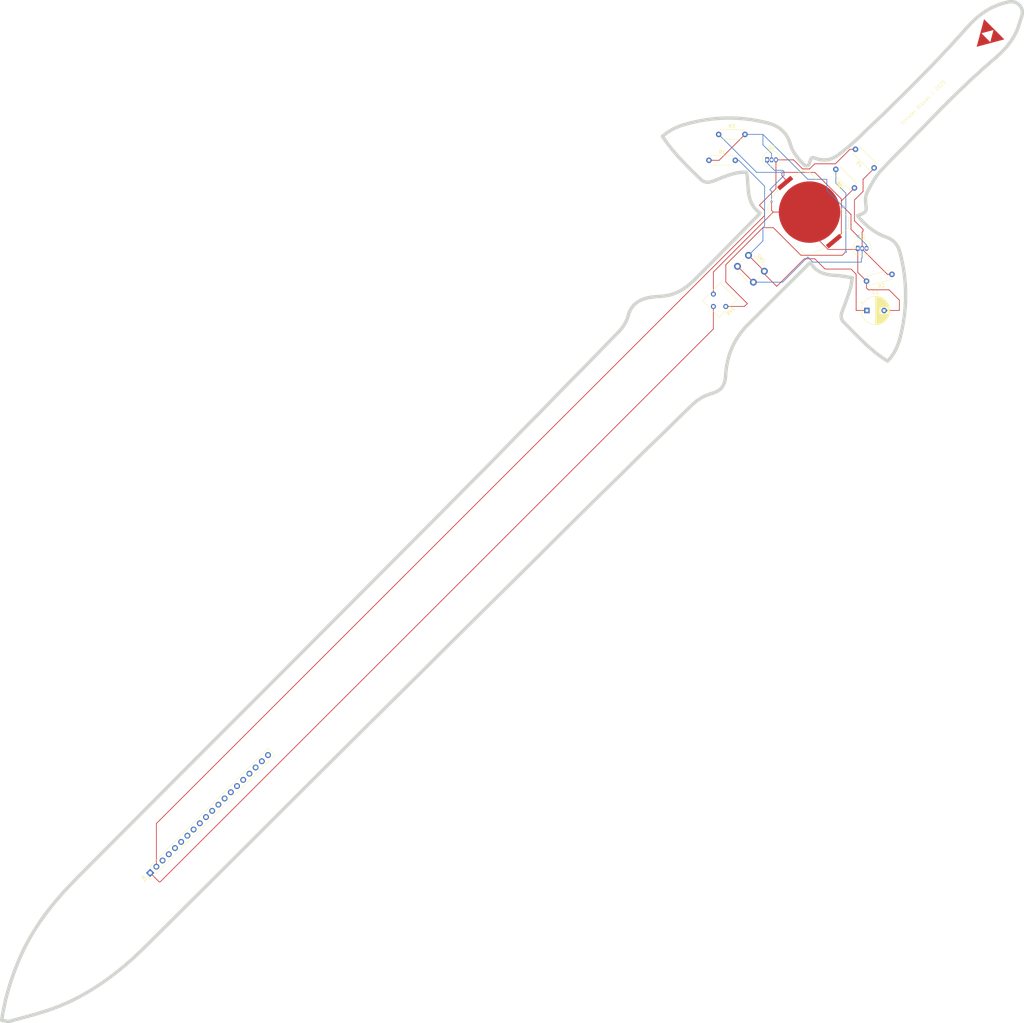
<source format=kicad_pcb>
(kicad_pcb (version 20241229) (generator "pcbnew") (generator_version "9.0")
  (layers (0 "F.Cu" signal) (2 "B.Cu" signal) (13 "F.Paste" user) (15 "B.Paste" user) (5 "F.SilkS" user "F.Silkscreen") (7 "B.SilkS" user "B.Silkscreen") (1 "F.Mask" user) (3 "B.Mask" user) (25 "Edge.Cuts" user))
  (net 0 "")
  (net 1 "Net-(BT1--)")
  (net 2 "Net-(BT1-+)")
  (net 3 "Net-(C1-Pad1)")
  (net 4 "Net-(M1-+)")
  (net 5 "Net-(M1--)")
  (net 6 "Net-(Q1-C)")
  (net 7 "Net-(Q1-B)")
  (net 8 "Net-(R5-Pad2)")
  (footprint "Package_TO_SOT_THT:TO-92_Inline" (layer "F.Cu") (at 252.96 55.5)
    (property "Reference" "Q1" (at 1.27 -3.56 0) (layer "F.SilkS"))
    (property "Value" "2N3904")
    (pad "1" thru_hole rect (at 0 0) (size 1.05 1.5) (drill 0.75) (layers "*.Cu" "*.Mask") (net 1 "Net-(BT1--)"))
    (pad "2" thru_hole oval (at 1.27 0) (size 1.05 1.5) (drill 0.75) (layers "*.Cu" "*.Mask") (net 7 "Net-(Q1-B)"))
    (pad "3" thru_hole oval (at 2.54 0) (size 1.05 1.5) (drill 0.75) (layers "*.Cu" "*.Mask") (net 6 "Net-(Q1-C)"))
  )
  (footprint "Resistor_THT:R_Axial_DIN0207_L6.3mm_D2.5mm_P7.62mm_Horizontal" (layer "F.Cu") (at 262.860359 63.0278 -165)
    (property "Reference" "R2" (at 3.810001 -2.369999 15) (layer "F.SilkS"))
    (property "Value" "470k")
    (pad "1" thru_hole circle (at 0 0 195) (size 1.6 1.6) (drill 0.8) (layers "*.Cu" "*.Mask") (net 7 "Net-(Q1-B)"))
    (pad "2" thru_hole oval (at 7.620004 0.000002 195) (size 1.6 1.6) (drill 0.8) (layers "*.Cu" "*.Mask") (net 1 "Net-(BT1--)"))
  )
  (footprint "Resistor_THT:R_Axial_DIN0207_L6.3mm_D2.5mm_P7.62mm_Horizontal" (layer "F.Cu") (at 252 38 135)
    (property "Reference" "R5" (at 3.810002 -2.37 135) (layer "F.SilkS"))
    (property "Value" "680")
    (pad "1" thru_hole circle (at 0 0 135) (size 1.6 1.6) (drill 0.8) (layers "*.Cu" "*.Mask") (net 2 "Net-(BT1-+)"))
    (pad "2" thru_hole oval (at 7.620002 0.000001 135) (size 1.6 1.6) (drill 0.8) (layers "*.Cu" "*.Mask") (net 8 "Net-(R5-Pad2)"))
  )
  (footprint "Resistor_THT:R_Axial_DIN0207_L6.3mm_D2.5mm_P7.62mm_Horizontal" (layer "F.Cu") (at 209.879999 29.999999)
    (property "Reference" "R1" (at 3.810001 -2.370001 0) (layer "F.SilkS"))
    (property "Value" "68k")
    (pad "1" thru_hole circle (at 0 0) (size 1.6 1.6) (drill 0.8) (layers "*.Cu" "*.Mask") (net 6 "Net-(Q1-C)"))
    (pad "2" thru_hole oval (at 7.620001 0.000001) (size 1.6 1.6) (drill 0.8) (layers "*.Cu" "*.Mask") (net 3 "Net-(C1-Pad1)"))
  )
  (footprint "LOGO" (layer "F.Cu") (at 290 -5.5 135)
    (property "Reference" "G***" (hide yes))
    (property "Value" "LOGO" (hide yes))
    (fp_poly (pts (xy 0.043645 -3.625791) (xy 0.06677 -3.586722) (xy 0.082959 -3.558067) (xy 0.088476 -3.546635) (xy 0.095039 -3.533631) (xy 0.112463 -3.50329) (xy 0.137359 -3.461481) (xy 0.144949 -3.448955) (xy 0.176783 -3.395858) (xy 0.207358 -3.343718) (xy 0.23037 -3.303279) (xy 0.231497 -3.301237) (xy 0.251145 -3.266139) (xy 0.280038 -3.215375) (xy 0.313704 -3.156761) (xy 0.33662 -3.117147) (xy 0.378492 -3.044878) (xy 0.425876 -2.96293) (xy 0.470764 -2.885162) (xy 0.486114 -2.858518) (xy 0.52124 -2.7976) (xy 0.564959 -2.721903) (xy 0.612193 -2.640206) (xy 0.657877 -2.561277) (xy 0.667049 -2.545446) (xy 0.734789 -2.428492) (xy 0.804486 -2.308098) (xy 0.873931 -2.188071) (xy 0.94092 -2.072213) (xy 1.003274 -1.964326) (xy 1.058773 -1.868219) (xy 1.105231 -1.787697) (xy 1.140443 -1.726567) (xy 1.143112 -1.721916) (xy 1.171629 -1.672422) (xy 1.210519 -1.605092) (xy 1.256474 -1.525622) (xy 1.306196 -1.43973) (xy 1.356388 -1.353115) (xy 1.367484 -1.33398) (xy 1.417677 -1.247389) (xy 1.468496 -1.159671) (xy 1.516541 -1.076675) (xy 1.55842 -1.004278) (xy 1.59074 -0.948326) (xy 1.595989 -0.939228) (xy 1.629163 -0.881697) (xy 1.659676 -0.828793) (xy 1.68349 -0.787507) (xy 1.694125 -0.769078) (xy 1.707623 -0.74567) (xy 1.732414 -0.702649) (xy 1.76622 -0.64399) (xy 1.806735 -0.573676) (xy 1.851674 -0.495679) (xy 1.874532 -0.456) (xy 1.923905 -0.370446) (xy 1.9729 -0.28575) (xy 2.018487 -0.207173) (xy 2.057611 -0.139965) (xy 2.087233 -0.089368) (xy 2.094438 -0.077145) (xy 2.12219 -0.029616) (xy 2.143712 0.008416) (xy 2.155891 0.031379) (xy 2.157502 0.035444) (xy 2.164109 0.049541) (xy 2.180751 0.078045) (xy 2.189526 0.092173) (xy 2.209216 0.12443) (xy 2.238281 0.173354) (xy 2.272604 0.231965) (xy 2.303796 0.285849) (xy 2.335785 0.341373) (xy 2.379212 0.416661) (xy 2.43188 0.5079) (xy 2.491593 0.611299) (xy 2.556155 0.723054) (xy 2.62337 0.83936) (xy 2.691036 0.956406) (xy 2.756958 1.07041) (xy 2.81894 1.177556) (xy 2.874782 1.274047) (xy 2.889776 1.299951) (xy 2.957491 1.416925) (xy 3.0132 1.513288) (xy 3.058595 1.591949) (xy 3.095359 1.655828) (xy 3.117647 1.694694) (xy 3.13778 1.729622) (xy 3.167138 1.780235) (xy 3.201178 1.838731) (xy 3.224352 1.878452) (xy 3.260618 1.940973) (xy 3.296712 2.003914) (xy 3.327383 2.058098) (xy 3.341031 2.082639) (xy 3.362829 2.121402) (xy 3.394826 2.17715) (xy 3.43331 2.243476) (xy 3.474571 2.31396) (xy 3.490658 2.341266) (xy 3.535287 2.417303) (xy 3.581739 2.49717) (xy 3.625169 2.572495) (xy 3.660726 2.634897) (xy 3.667839 2.647534) (xy 3.705623 2.71405) (xy 3.750492 2.79174) (xy 3.795429 2.868511) (xy 3.817759 2.906161) (xy 3.852922 2.965532) (xy 3.885405 3.02117) (xy 3.911174 3.066108) (xy 3.924365 3.089925) (xy 3.942264 3.122427) (xy 3.96947 3.170595) (xy 4.001546 3.226592) (xy 4.020081 3.258627) (xy 4.04941 3.310027) (xy 4.072746 3.352666) (xy 4.087172 3.381113) (xy 4.090405 3.389676) (xy 4.099635 3.405683) (xy 4.110825 3.416613) (xy 4.119615 3.423792) (xy 4.127044 3.430306) (xy 4.13189 3.436193) (xy 4.132947 3.441492) (xy 4.128979 3.446226) (xy 4.118775 3.450431) (xy 4.101109 3.454154) (xy 4.074771 3.457416) (xy 4.038531 3.460252) (xy 3.991177 3.462703) (xy 3.931487 3.464801) (xy 3.858236 3.466575) (xy 3.770212 3.468068) (xy 3.666187 3.469304) (xy 3.54495 3.470329) (xy 3.405274 3.47117) (xy 3.245948 3.471859) (xy 3.065741 3.472433) (xy 2.863438 3.472929) (xy 2.637824 3.473378) (xy 2.387675 3.473815) (xy 2.111767 3.474279) (xy 2.052008 3.474379) (xy 1.768991 3.474796) (xy 1.463561 3.475144) (xy 1.139957 3.475419) (xy 0.802428 3.475623) (xy 0.455223 3.475756) (xy 0.102588 3.475825) (xy -0.251232 3.475819) (xy -0.601985 3.475737) (xy -0.945428 3.475592) (xy -1.277301 3.475369) (xy -1.59338 3.475077) (xy -1.889396 3.474711) (xy -2.079233 3.474418) (xy -2.398148 3.473799) (xy -2.689909 3.47304) (xy -2.954579 3.47215) (xy -3.192237 3.471127) (xy -3.402941 3.469968) (xy -3.586764 3.468679) (xy -3.743778 3.467251) (xy -3.874046 3.465689) (xy -3.977636 3.463991) (xy -4.054623 3.462158) (xy -4.10507 3.460186) (xy -4.129046 3.458072) (xy -4.131245 3.457173) (xy -4.124649 3.439821) (xy -4.107098 3.405662) (xy -4.081918 3.361048) (xy -4.072386 3.344914) (xy -4.018454 3.254073) (xy -3.969396 3.170199) (xy -3.929002 3.099832) (xy -3.913856 3.07285) (xy -3.906417 3.059556) (xy -3.896665 3.042338) (xy -3.883302 3.018977) (xy -3.865062 2.987257) (xy -3.840656 2.944957) (xy -3.808805 2.889854) (xy -3.768229 2.819738) (xy -3.71765 2.732386) (xy -3.655777 2.625584) (xy -3.593568 2.518222) (xy -3.543171 2.431176) (xy -3.493006 2.34444) (xy -3.446143 2.263299) (xy -3.405633 2.193055) (xy -3.374535 2.139002) (xy -3.36563 2.123471) (xy -3.335766 2.071503) (xy -3.30999 2.026983) (xy -3.29198 1.996231) (xy -3.286634 1.987353) (xy -3.269616 1.959139) (xy -3.242288 1.912807) (xy -3.207853 1.853878) (xy -3.16951 1.787869) (xy -3.130463 1.720293) (xy -3.09391 1.656675) (xy -3.063055 1.60253) (xy -3.049784 1.578991) (xy -3.03104 1.545885) (xy -3.001719 1.494538) (xy -2.963642 1.428079) (xy -2.91862 1.349684) (xy -2.868476 1.262492) (xy -2.81502 1.169654) (xy -2.760083 1.074318) (xy -2.705467 0.979644) (xy -2.652999 0.888784) (xy -2.604484 0.804878) (xy -2.561757 0.731087) (xy -2.526624 0.670554) (xy -2.500898 0.626436) (xy -2.48641 0.601883) (xy -2.484597 0.598927) (xy -2.472811 0.579154) (xy -2.450934 0.541569) (xy -2.422353 0.492037) (xy -2.397784 0.449195) (xy -2.364328 0.390889) (xy -2.321715 0.316889) (xy -2.274485 0.235045) (xy -2.227162 0.153212) (xy -2.206624 0.117767) (xy -2.176002 0.064656) (xy -1.803346 0.064656) (xy -1.796902 0.080165) (xy -1.779774 0.113595) (xy -1.754922 0.159303) (xy -1.737359 0.190566) (xy -1.714451 0.230822) (xy -1.691158 0.271564) (xy -1.665568 0.316131) (xy -1.635748 0.367869) (xy -1.599765 0.430112) (xy -1.555693 0.506209) (xy -1.501603 0.599491) (xy -1.442742 0.700944) (xy -1.385787 0.799149) (xy -1.332643 0.890911) (xy -1.280313 0.98143) (xy -1.225782 1.075927) (xy -1.166052 1.179596) (xy -1.098113 1.297654) (xy -1.03808 1.402036) (xy -0.978422 1.50562) (xy -0.913112 1.618687) (xy -0.84644 1.733849) (xy -0.782692 1.843708) (xy -0.72615 1.94086) (xy -0.702983 1.980545) (xy -0.65637 2.060395) (xy -0.612289 2.136103) (xy -0.573348 2.203189) (xy -0.54215 2.257154) (xy -0.521306 2.293501) (xy -0.517391 2.300428) (xy -0.491721 2.345684) (xy -0.467065 2.388478) (xy -0.458846 2.402514) (xy -0.442761 2.430115) (xy -0.416758 2.475139) (xy -0.384417 2.53137) (xy -0.349324 2.592595) (xy -0.349046 2.593088) (xy -0.306702 2.666807) (xy -0.257141 2.752638) (xy -0.206938 2.839218) (xy -0.167944 2.906161) (xy -0.132583 2.96719) (xy -0.101985 3.020939) (xy -0.07892 3.062478) (xy -0.066156 3.086868) (xy -0.064816 3.089925) (xy -0.052638 3.111894) (xy -0.034206 3.137073) (xy -0.0176 3.154999) (xy -0.012314 3.157984) (xy -0.004328 3.147008) (xy 0.013773 3.117635) (xy 0.038747 3.075183) (xy 0.051798 3.052492) (xy 0.085216 2.994069) (xy 0.125966 2.923016) (xy 0.16776 2.850279) (xy 0.190439 2.810878) (xy 0.224807 2.751178) (xy 0.256931 2.695295) (xy 0.282744 2.650313) (xy 0.296008 2.627122) (xy 0.3162 2.591898) (xy 0.344203 2.543317) (xy 0.37614 2.488081) (xy 0.408116 2.432901) (xy 0.436254 2.384493) (xy 0.456657 2.349558) (xy 0.462805 2.339141) (xy 0.478592 2.312199) (xy 0.503957 2.26842) (xy 0.534977 2.214617) (xy 0.567732 2.157584) (xy 0.591133 2.116666) (xy 0.609443 2.084839) (xy 0.637938 2.035594) (xy 0.673075 1.97504) (xy 0.711318 1.909271) (xy 0.721342 1.892069) (xy 0.805244 1.747885) (xy 0.885919 1.608945) (xy 0.96139 1.47865) (xy 1.029685 1.360426) (xy 1.088825 1.257689) (xy 1.136832 1.173853) (xy 1.150302 1.150215) (xy 1.191326 1.078455) (xy 1.23709 0.999053) (xy 1.280408 0.92443) (xy 1.299624 0.891587) (xy 1.32647 0.845591) (xy 1.364052 0.780784) (xy 1.409615 0.701968) (xy 1.460366 0.613952) (xy 1.513539 0.521556) (xy 1.554806 0.449696) (xy 1.604205 0.363816) (xy 1.649992 0.284627) (xy 1.690178 0.215534) (xy 1.722784 0.159938) (xy 1.745818 0.121236) (xy 1.757207 0.102963) (xy 1.772039 0.077887) (xy 1.776365 0.065028) (xy 1.763019 0.063741) (xy 1.724037 0.062494) (xy 1.661008 0.061299) (xy 1.575524 0.060173) (xy 1.469174 0.05912) (xy 1.343545 0.058147) (xy 1.200225 0.057266) (xy 1.040808 0.056497) (xy 0.866882 0.055827) (xy 0.680035 0.055281) (xy 0.481848 0.054862) (xy 0.273924 0.054584) (xy 0.057846 0.054457) (xy -0.013615 0.05445) (xy -0.231983 0.054525) (xy -0.442716 0.054746) (xy -0.644215 0.055105) (xy -0.834897 0.055593) (xy -1.013167 0.056198) (xy -1.17744 0.056915) (xy -1.326121 0.057732) (xy -1.457632 0.058642) (xy -1.570379 0.059637) (xy -1.662764 0.060698) (xy -1.733217 0.061833) (xy -1.780136 0.063017) (xy -1.801933 0.064246) (xy -1.803346 0.064656) (xy -2.176002 0.064656) (xy -2.16824 0.051188) (xy -2.135133 -0.006949) (xy -2.109529 -0.052695) (xy -2.093648 -0.082067) (xy -2.089443 -0.091114) (xy -2.082396 -0.105792) (xy -2.065305 -0.132163) (xy -2.064001 -0.134021) (xy -2.045798 -0.162224) (xy -2.01629 -0.210822) (xy -1.977462 -0.276463) (xy -1.931291 -0.355775) (xy -1.879765 -0.445399) (xy -1.858185 -0.483229) (xy -1.842439 -0.510803) (xy -1.8167 -0.555785) (xy -1.784511 -0.611972) (xy -1.749434 -0.673154) (xy -1.749071 -0.673796) (xy -1.720201 -0.724116) (xy -1.692734 -0.771898) (xy -1.664529 -0.820898) (xy -1.633408 -0.874845) (xy -1.597221 -0.937487) (xy -1.5538 -1.012562) (xy -1.500993 -1.103822) (xy -1.438677 -1.21147) (xy -1.397625 -1.282447) (xy -1.35179 -1.361854) (xy -1.308775 -1.43648) (xy -1.293347 -1.463292) (xy -1.254792 -1.530179) (xy -1.209648 -1.6083) (xy -1.165001 -1.685365) (xy -1.143782 -1.721917) (xy -1.108135 -1.783465) (xy -1.073798 -1.843113) (xy -1.04528 -1.892995) (xy -1.030418 -1.919292) (xy -1.002496 -1.967882) (xy -0.973291 -2.016762) (xy -0.964149 -2.031538) (xy -0.938898 -2.073534) (xy -0.909449 -2.124937) (xy -0.893375 -2.154046) (xy -0.875146 -2.186763) (xy -0.844695 -2.240326) (xy -0.803538 -2.312106) (xy -0.753219 -2.399446) (xy -0.69525 -2.499712) (xy -0.631164 -2.610255) (xy -0.562496 -2.72844) (xy -0.490755 -2.85162) (xy -0.443046 -2.933386) (xy -0.409539 -2.990925) (xy -0.368231 -3.062083) (xy -0.324905 -3.136885) (xy -0.293043 -3.192014) (xy -0.252212 -3.262642) (xy -0.208798 -3.337511) (xy -0.168611 -3.40664) (xy -0.14293 -3.450643) (xy -0.108755 -3.509489) (xy -0.074456 -3.569239) (xy -0.046163 -3.619199) (xy -0.040213 -3.629876) (xy -0.001187 -3.700213)) (fill yes) (layer "F.Cu"))
  )
  (footprint "Battery:BatteryHolder_Keystone_3034_1x20mm" (layer "F.Cu") (at 239 45 -50)
    (property "Reference" "BT1" (at 0.000003 -11.499998 130) (layer "F.SilkS"))
    (property "Value" "Battery_Cell")
    (pad "1" smd rect (at -10.984998 0.000002 310) (size 1.27 5.08) (layers "F.Cu" "F.Mask" "F.Paste") (net 2 "Net-(BT1-+)"))
    (pad "1" smd rect (at 10.984998 -0.000002 310) (size 1.27 5.08) (layers "F.Cu" "F.Mask" "F.Paste") (net 2 "Net-(BT1-+)"))
    (pad "2" smd circle (at 0 0 310) (size 17.8 17.8) (layers "F.Cu" "F.Mask") (net 1 "Net-(BT1--)"))
  )
  (footprint "Resistor_THT:R_Axial_DIN0207_L6.3mm_D2.5mm_P7.62mm_Horizontal" (layer "F.Cu") (at 212.69 22.5)
    (property "Reference" "R3" (at 3.81 -2.37 0) (layer "F.SilkS"))
    (property "Value" "15k")
    (pad "1" thru_hole circle (at 0 0) (size 1.6 1.6) (drill 0.8) (layers "*.Cu" "*.Mask") (net 2 "Net-(BT1-+)"))
    (pad "2" thru_hole oval (at 7.62 0) (size 1.6 1.6) (drill 0.8) (layers "*.Cu" "*.Mask") (net 6 "Net-(Q1-C)"))
  )
  (footprint "Capacitor_THT:CP_Radial_D8.0mm_P5.00mm" (layer "F.Cu") (at 255.597349 73.5)
    (property "Reference" "C1" (at 2.5 -5.25 0) (layer "F.SilkS"))
    (property "Value" "C_Polarized")
    (pad "1" thru_hole rect (at 0 0) (size 1.6 1.6) (drill 0.8) (layers "*.Cu" "*.Mask") (net 3 "Net-(C1-Pad1)"))
    (pad "2" thru_hole circle (at 5 0) (size 1.6 1.6) (drill 0.8) (layers "*.Cu" "*.Mask") (net 1 "Net-(BT1--)"))
  )
  (footprint "Resistor_THT:R_Axial_DIN0207_L6.3mm_D2.5mm_P7.62mm_Horizontal" (layer "F.Cu") (at 257.694075 32.194078 135)
    (property "Reference" "R4" (at 3.810002 -2.37 135) (layer "F.SilkS"))
    (property "Value" "330k")
    (pad "1" thru_hole circle (at 0 0 135) (size 1.6 1.6) (drill 0.8) (layers "*.Cu" "*.Mask") (net 7 "Net-(Q1-B)"))
    (pad "2" thru_hole oval (at 7.620002 0.000001 135) (size 1.6 1.6) (drill 0.8) (layers "*.Cu" "*.Mask") (net 5 "Net-(M1--)"))
  )
  (footprint "Button_Switch_THT:SW_PUSH_6mm" (layer "F.Cu") (at 221.321883 57.520716 -45)
    (property "Reference" "SW1" (at 3.250002 -1.999997 135) (layer "F.SilkS"))
    (property "Value" "SW_Push")
    (pad "1" thru_hole circle (at 0 0 45) (size 2 2) (drill 1.1) (layers "*.Cu" "*.Mask") (net 3 "Net-(C1-Pad1)"))
    (pad "1" thru_hole circle (at 6.499994 -0.000001 45) (size 2 2) (drill 1.1) (layers "*.Cu" "*.Mask") (net 3 "Net-(C1-Pad1)"))
    (pad "2" thru_hole circle (at 0.000002 4.500001 45) (size 2 2) (drill 1.1) (layers "*.Cu" "*.Mask") (net 7 "Net-(Q1-B)"))
    (pad "2" thru_hole circle (at 6.499999 4.499997 45) (size 2 2) (drill 1.1) (layers "*.Cu" "*.Mask") (net 7 "Net-(Q1-B)"))
  )
  (footprint "Connector_PinHeader_2.54mm:PinHeader_1x20_P2.54mm_Vertical" (layer "F.Cu") (at 48.111844 236.388154 135)
    (property "Reference" "M1" (at -0.000004 -2.380003 135) (layer "F.SilkS"))
    (property "Value" "Motor_DC")
    (pad "1" thru_hole rect (at 0 0 135) (size 1.7 1.7) (drill 1) (layers "*.Cu" "*.Mask") (net 4 "Net-(M1-+)"))
    (pad "2" thru_hole circle (at 0 2.540003 135) (size 1.7 1.7) (drill 1) (layers "*.Cu" "*.Mask") (net 5 "Net-(M1--)"))
    (pad "3" thru_hole circle (at 0.000001 5.079999 135) (size 1.7 1.7) (drill 1) (layers "*.Cu" "*.Mask"))
    (pad "4" thru_hole circle (at -0.000001 7.620002 135) (size 1.7 1.7) (drill 1) (layers "*.Cu" "*.Mask"))
    (pad "5" thru_hole circle (at 0 10.160002 135) (size 1.7 1.7) (drill 1) (layers "*.Cu" "*.Mask"))
    (pad "6" thru_hole circle (at 0 12.700001 135) (size 1.7 1.7) (drill 1) (layers "*.Cu" "*.Mask"))
    (pad "7" thru_hole circle (at 0.000002 15.24 135) (size 1.7 1.7) (drill 1) (layers "*.Cu" "*.Mask"))
    (pad "8" thru_hole circle (at 0.000003 17.780001 135) (size 1.7 1.7) (drill 1) (layers "*.Cu" "*.Mask"))
    (pad "9" thru_hole circle (at 0 20.319999 135) (size 1.7 1.7) (drill 1) (layers "*.Cu" "*.Mask"))
    (pad "10" thru_hole circle (at -0.000002 22.859998 135) (size 1.7 1.7) (drill 1) (layers "*.Cu" "*.Mask"))
    (pad "11" thru_hole circle (at 0 25.4 135) (size 1.7 1.7) (drill 1) (layers "*.Cu" "*.Mask"))
    (pad "12" thru_hole circle (at 0 27.940001 135) (size 1.7 1.7) (drill 1) (layers "*.Cu" "*.Mask"))
    (pad "13" thru_hole circle (at 0 30.479999 135) (size 1.7 1.7) (drill 1) (layers "*.Cu" "*.Mask"))
    (pad "14" thru_hole circle (at -0.000001 33.02 135) (size 1.7 1.7) (drill 1) (layers "*.Cu" "*.Mask"))
    (pad "15" thru_hole circle (at 0.000001 35.559998 135) (size 1.7 1.7) (drill 1) (layers "*.Cu" "*.Mask"))
    (pad "16" thru_hole circle (at 0 38.099999 135) (size 1.7 1.7) (drill 1) (layers "*.Cu" "*.Mask"))
    (pad "17" thru_hole circle (at 0 40.640001 135) (size 1.7 1.7) (drill 1) (layers "*.Cu" "*.Mask"))
    (pad "18" thru_hole circle (at -0.000002 43.18 135) (size 1.7 1.7) (drill 1) (layers "*.Cu" "*.Mask"))
    (pad "19" thru_hole circle (at 0.000001 45.719998 135) (size 1.7 1.7) (drill 1) (layers "*.Cu" "*.Mask"))
    (pad "20" thru_hole circle (at 0 48.26 135) (size 1.7 1.7) (drill 1) (layers "*.Cu" "*.Mask"))
  )
  (footprint "Package_TO_SOT_THT:TO-92_Inline" (layer "F.Cu") (at 226.73 29.86)
    (property "Reference" "Q2" (at 1.27 -3.56 0) (layer "F.SilkS"))
    (property "Value" "2N3904")
    (pad "1" thru_hole rect (at 0 0) (size 1.05 1.5) (drill 0.75) (layers "*.Cu" "*.Mask") (net 1 "Net-(BT1--)"))
    (pad "2" thru_hole oval (at 1.27 0) (size 1.05 1.5) (drill 0.75) (layers "*.Cu" "*.Mask") (net 6 "Net-(Q1-C)"))
    (pad "3" thru_hole oval (at 2.54 0) (size 1.05 1.5) (drill 0.75) (layers "*.Cu" "*.Mask") (net 5 "Net-(M1--)"))
  )
  (footprint "Potentiometer_THT:Potentiometer_Vishay_T73YP_Vertical" (layer "F.Cu") (at 211.161523 68.746376 -135)
    (property "Reference" "RV1" (at -0.060004 -7.090001 45) (layer "F.SilkS"))
    (property "Value" "R_Potentiometer")
    (pad "1" thru_hole circle (at 0 0 225) (size 1.44 1.44) (drill 0.8) (layers "*.Cu" "*.Mask") (net 1 "Net-(BT1--)"))
    (pad "2" thru_hole circle (at 2.54 -2.54 225) (size 1.44 1.44) (drill 0.8) (layers "*.Cu" "*.Mask") (net 4 "Net-(M1-+)"))
    (pad "3" thru_hole circle (at -0.000001 -5.08 225) (size 1.44 1.44) (drill 0.8) (layers "*.Cu" "*.Mask") (net 8 "Net-(R5-Pad2)"))
  )
  (gr_poly (pts (xy 297.797461 -15.91848) (xy 298.036348 -15.887381) (xy 298.272224 -15.838204) (xy 298.504998 -15.769522) (xy 298.734578 -15.679911) (xy 298.848142 -15.626811) (xy 298.960873 -15.567945) (xy 299.07276 -15.503132) (xy 299.183792 -15.432197) (xy 299.293958 -15.354959) (xy 299.403244 -15.271241) (xy 299.511642 -15.180865) (xy 299.619139 -15.083653) (xy 299.724505 -14.980765) (xy 299.823175 -14.876722) (xy 299.915277 -14.771543) (xy 300.000936 -14.665247) (xy 300.08028 -14.557852) (xy 300.153434 -14.449377) (xy 300.220526 -14.339842) (xy 300.281682 -14.229264) (xy 300.337029 -14.117663) (xy 300.386693 -14.005057) (xy 300.430801 -13.891465) (xy 300.469479 -13.776906) (xy 300.502854 -13.661398) (xy 300.531053 -13.544961) (xy 300.554202 -13.427614) (xy 300.572428 -13.309374) (xy 300.594616 -13.070293) (xy 300.598631 -12.827869) (xy 300.585485 -12.582252) (xy 300.556191 -12.333592) (xy 300.511761 -12.08204) (xy 300.453209 -11.827746) (xy 300.381547 -11.570858) (xy 300.297788 -11.311529) (xy 300.06666 -10.621211) (xy 299.840635 -9.918984) (xy 299.37689 -8.447465) (xy 299.108534 -7.789276) (xy 298.818737 -7.148921) (xy 298.508225 -6.525876) (xy 298.177721 -5.919615) (xy 297.827952 -5.329614) (xy 297.459642 -4.755348) (xy 297.073516 -4.196294) (xy 296.670297 -3.651927) (xy 296.250712 -3.121722) (xy 295.815485 -2.605155) (xy 295.365341 -2.101701) (xy 294.901004 -1.610836) (xy 294.4232 -1.132036) (xy 293.932652 -0.664776) (xy 293.430086 -0.208531) (xy 292.916227 0.237222) (xy 289.65563 3.071725) (xy 286.461014 5.973396) (xy 283.323043 8.93281) (xy 280.232382 11.940544) (xy 277.179695 14.987173) (xy 274.155647 18.063273) (xy 268.156126 24.266189) (xy 267.060406 25.390623) (xy 265.954313 26.50561) (xy 263.733709 28.727499) (xy 262.630548 29.844531) (xy 261.539713 30.972372) (xy 260.466879 32.116089) (xy 259.417723 33.280746) (xy 259.143278 33.602036) (xy 258.877369 33.931572) (xy 258.619504 34.268718) (xy 258.369191 34.612841) (xy 258.125942 34.963307) (xy 257.889263 35.319481) (xy 257.433656 36.046418) (xy 256.998445 36.788576) (xy 256.579701 37.540883) (xy 256.173498 38.298265) (xy 255.775908 39.055648) (xy 255.689991 39.230375) (xy 255.611012 39.411687) (xy 255.538974 39.598846) (xy 255.47388 39.791116) (xy 255.415733 39.987759) (xy 255.364537 40.18804) (xy 255.320293 40.391221) (xy 255.283007 40.596565) (xy 255.25268 40.803334) (xy 255.229316 41.010794) (xy 255.212918 41.218205) (xy 255.20349 41.424832) (xy 255.201034 41.629938) (xy 255.205554 41.832786) (xy 255.217052 42.032639) (xy 255.235533 42.228759) (xy 255.336747 43.14283) (xy 255.369609 43.517031) (xy 255.385579 43.843305) (xy 255.386043 43.99018) (xy 255.380859 44.127126) (xy 255.369554 44.254827) (xy 255.351652 44.373967) (xy 255.326679 44.48523) (xy 255.29416 44.589301) (xy 255.253622 44.686862) (xy 255.204588 44.7786) (xy 255.146584 44.865197) (xy 255.079136 44.947338) (xy 255.001769 45.025707) (xy 254.914009 45.100988) (xy 254.81538 45.173865) (xy 254.705409 45.245022) (xy 254.583619 45.315144) (xy 254.449538 45.384914) (xy 254.1426 45.526137) (xy 253.780797 45.674164) (xy 252.877409 46.012519) (xy 253.01887 46.187367) (xy 253.15557 46.35963) (xy 253.420439 46.694975) (xy 253.551484 46.857343) (xy 253.683522 47.015698) (xy 253.81799 47.169685) (xy 253.956327 47.318946) (xy 254.346854 47.718491) (xy 254.744017 48.108778) (xy 255.14818 48.489166) (xy 255.559707 48.859014) (xy 255.978964 49.217684) (xy 256.406316 49.564534) (xy 256.842126 49.898923) (xy 257.28676 50.220211) (xy 257.740583 50.527759) (xy 258.203959 50.820925) (xy 258.677253 51.099069) (xy 259.16083 51.361551) (xy 259.655054 51.607731) (xy 260.160291 51.836967) (xy 260.676904 52.04862) (xy 261.205259 52.242049) (xy 261.609147 52.394688) (xy 261.989851 52.565988) (xy 262.347937 52.755673) (xy 262.683967 52.963464) (xy 262.998506 53.189082) (xy 263.292117 53.432249) (xy 263.565364 53.692687) (xy 263.818811 53.970118) (xy 264.053022 54.264262) (xy 264.26856 54.574842) (xy 264.465989 54.901579) (xy 264.645873 55.244196) (xy 264.808775 55.602412) (xy 264.955259 55.975951) (xy 265.08589 56.364534) (xy 265.201231 56.767882) (xy 265.581336 58.311606) (xy 265.910588 59.855586) (xy 266.189007 61.39975) (xy 266.416615 62.944024) (xy 266.593433 64.488335) (xy 266.71948 66.03261) (xy 266.794779 67.576775) (xy 266.819349 69.120757) (xy 266.793212 70.664484) (xy 266.716389 72.207881) (xy 266.5889 73.750875) (xy 266.410765 75.293394) (xy 266.182008 76.835363) (xy 265.902646 78.37671) (xy 265.572703 79.917362) (xy 265.192198 81.457244) (xy 265.065923 81.915696) (xy 264.929122 82.371035) (xy 264.781217 82.822784) (xy 264.621629 83.270462) (xy 264.449779 83.713591) (xy 264.26509 84.151692) (xy 264.066983 84.584285) (xy 263.854879 85.010891) (xy 263.628201 85.431032) (xy 263.386369 85.844227) (xy 263.128807 86.249998) (xy 262.854934 86.647867) (xy 262.564172 87.037353) (xy 262.255945 87.417977) (xy 261.929672 87.789261) (xy 261.584776 88.150726) (xy 260.898523 87.718725) (xy 260.226438 87.27083) (xy 259.567635 86.808034) (xy 258.921229 86.331329) (xy 258.286335 85.841707) (xy 257.662068 85.34016) (xy 256.44187 84.305264) (xy 255.253552 83.234577) (xy 254.090031 82.13604) (xy 252.944225 81.017591) (xy 251.80905 79.887168) (xy 251.461021 79.533819) (xy 251.116758 79.176645) (xy 250.433372 78.457145) (xy 249.746579 77.741306) (xy 249.398057 77.38871) (xy 249.044065 77.04177) (xy 248.953226 76.951583) (xy 248.867708 76.860897) (xy 248.787443 76.769688) (xy 248.712365 76.677935) (xy 248.642408 76.585615) (xy 248.577505 76.492705) (xy 248.51759 76.399183) (xy 248.462597 76.305027) (xy 248.412459 76.210214) (xy 248.367109 76.114721) (xy 248.326482 76.018526) (xy 248.29051 75.921606) (xy 248.259127 75.82394) (xy 248.232268 75.725503) (xy 248.209864 75.626275) (xy 248.191851 75.526232) (xy 248.178161 75.425352) (xy 248.168727 75.323612) (xy 248.163485 75.22099) (xy 248.162366 75.117463) (xy 248.172236 74.907606) (xy 248.197805 74.69386) (xy 248.238541 74.476045) (xy 248.293914 74.253981) (xy 248.36339 74.027488) (xy 248.44644 73.796386) (xy 249.063551 72.164334) (xy 249.661772 70.524891) (xy 250.237619 68.877645) (xy 250.787611 67.222182) (xy 250.84209 67.044097) (xy 250.891525 66.863972) (xy 250.936495 66.681583) (xy 250.977581 66.496705) (xy 251.050418 66.118586) (xy 251.114677 65.727821) (xy 251.236018 64.901176) (xy 251.30238 64.461705) (xy 251.378721 64.00241) (xy 250.715454 63.903204) (xy 250.064932 63.798321) (xy 248.794178 63.590541) (xy 248.169969 63.497153) (xy 247.550554 63.417105) (xy 246.933947 63.355151) (xy 246.318159 63.316047) (xy 245.770531 63.283949) (xy 245.234072 63.233398) (xy 244.709525 63.162749) (xy 244.197628 63.07036) (xy 243.699122 62.954587) (xy 243.214748 62.813787) (xy 242.745245 62.646316) (xy 242.291353 62.45053) (xy 241.853813 62.224787) (xy 241.433366 61.967442) (xy 241.03075 61.676853) (xy 240.646707 61.351376) (xy 240.281977 60.989367) (xy 239.937299 60.589183) (xy 239.613415 60.149181) (xy 239.311064 59.667716) (xy 239.284892 59.677109) (xy 239.260017 59.685539) (xy 239.21406 59.700019) (xy 239.13665 59.723014) (xy 239.104814 59.733559) (xy 239.090529 59.739038) (xy 239.077302 59.744824) (xy 239.065107 59.751044) (xy 239.053922 59.757824) (xy 239.043722 59.765292) (xy 239.034483 59.773574) (xy 221.325697 77.415519) (xy 220.576747 78.192891) (xy 219.872866 78.989885) (xy 219.21399 79.806562) (xy 218.600053 80.642984) (xy 218.030992 81.499215) (xy 217.50674 82.375316) (xy 217.027234 83.271349) (xy 216.592409 84.187378) (xy 216.2022 85.123464) (xy 215.856541 86.07967) (xy 215.555369 87.056057) (xy 215.298619 88.052689) (xy 215.086225 89.069627) (xy 214.918123 90.106934) (xy 214.794249 91.164672) (xy 214.714537 92.242904) (xy 214.672283 92.801434) (xy 214.60598 93.322657) (xy 214.514512 93.80815) (xy 214.396761 94.259493) (xy 214.327681 94.472851) (xy 214.251613 94.678264) (xy 214.168415 94.875929) (xy 214.077949 95.066043) (xy 213.980075 95.248804) (xy 213.874654 95.424409) (xy 213.761546 95.593055) (xy 213.640612 95.754939) (xy 213.511711 95.91026) (xy 213.374704 96.059214) (xy 213.229453 96.201998) (xy 213.075817 96.338811) (xy 212.913656 96.469849) (xy 212.742832 96.595311) (xy 212.563204 96.715392) (xy 212.374633 96.83029) (xy 211.970105 97.04533) (xy 211.528129 97.242007) (xy 211.04759 97.421902) (xy 210.527372 97.586593) (xy 210.132093 97.70844) (xy 209.743963 97.841283) (xy 209.362901 97.985072) (xy 208.988823 98.139754) (xy 208.621649 98.305278) (xy 208.261295 98.481594) (xy 207.907681 98.668651) (xy 207.560724 98.866396) (xy 207.220342 99.074779) (xy 206.886453 99.293749) (xy 206.558974 99.523255) (xy 206.237825 99.763245) (xy 205.922922 100.013669) (xy 205.614185 100.274474) (xy 205.311529 100.54561) (xy 205.014875 100.827026) (xy 191.987308 113.517348) (xy 179.004957 126.25344) (xy 110.727651 193.969489) (xy 46.824427 257.64434) (xy 45.446122 258.988828) (xy 44.04739 260.307561) (xy 42.627302 261.59862) (xy 41.184925 262.860082) (xy 39.71933 264.090028) (xy 38.229587 265.286537) (xy 36.714764 266.447689) (xy 35.173931 267.571563) (xy 33.606158 268.656239) (xy 32.010514 269.699796) (xy 30.386069 270.700315) (xy 28.731893 271.655874) (xy 27.047053 272.564552) (xy 25.330621 273.424431) (xy 23.581666 274.233588) (xy 21.799257 274.990104) (xy 20.069972 275.653724) (xy 18.317437 276.260521) (xy 16.546401 276.821663) (xy 14.761614 277.348319) (xy 7.579934 279.333457) (xy 7.51267 279.350885) (xy 7.444512 279.365214) (xy 7.305647 279.385165) (xy 7.16359 279.394488) (xy 7.018596 279.394359) (xy 6.870918 279.385954) (xy 6.720808 279.37045) (xy 6.568519 279.349024) (xy 6.414304 279.322852) (xy 6.101111 279.260978) (xy 5.783252 279.19424) (xy 5.462752 279.132051) (xy 5.302144 279.105604) (xy 5.141635 279.083823) (xy 5.499723 276.812726) (xy 5.937788 274.586015) (xy 6.451374 272.39926) (xy 7.036027 270.248027) (xy 7.687289 268.127883) (xy 8.400706 266.034396) (xy 9.17182 263.963132) (xy 9.996178 261.90966) (xy 10.743152 260.189527) (xy 11.539619 258.504508) (xy 12.383826 256.853317) (xy 13.274017 255.234667) (xy 14.20844 253.647274) (xy 15.185339 252.089851) (xy 16.202961 250.561114) (xy 17.259551 249.059775) (xy 18.353355 247.584552) (xy 19.48262 246.134156) (xy 20.64559 244.707303) (xy 21.840511 243.302708) (xy 23.06563 241.919084) (xy 24.319193 240.555146) (xy 26.904631 237.881187) (xy 133.354658 131.076926) (xy 145.832774 118.443617) (xy 158.260507 105.76027) (xy 183.090391 80.368049) (xy 183.659659 79.773236) (xy 183.933311 79.473401) (xy 184.198822 79.170519) (xy 184.455572 78.86352) (xy 184.702947 78.551333) (xy 184.94033 78.232885) (xy 185.167105 77.907108) (xy 185.382654 77.572931) (xy 185.586361 77.229281) (xy 185.77761 76.875088) (xy 185.955784 76.509282) (xy 186.120267 76.130792) (xy 186.270442 75.738547) (xy 186.405694 75.331476) (xy 186.525404 74.908508) (xy 186.611489 74.601725) (xy 186.707966 74.305192) (xy 186.814626 74.018793) (xy 186.931255 73.742416) (xy 187.057645 73.475947) (xy 187.193582 73.219272) (xy 187.338857 72.972278) (xy 187.493258 72.734851) (xy 187.656575 72.506879) (xy 187.828596 72.288247) (xy 188.009109 72.078841) (xy 188.197905 71.878549) (xy 188.394771 71.687256) (xy 188.599498 71.50485) (xy 188.811873 71.331217) (xy 189.031687 71.166242) (xy 189.258726 71.009813) (xy 189.492782 70.861816) (xy 189.733642 70.722137) (xy 189.981095 70.590664) (xy 190.234931 70.467281) (xy 190.494938 70.351877) (xy 191.032622 70.144548) (xy 191.592459 69.967768) (xy 192.172759 69.820629) (xy 192.771835 69.702222) (xy 193.387999 69.61164) (xy 193.880551 69.556963) (xy 194.374367 69.511758) (xy 195.363716 69.43499) (xy 195.858209 69.39604) (xy 196.351889 69.351787) (xy 196.844236 69.298537) (xy 197.33473 69.232596) (xy 197.923661 69.129579) (xy 198.5 69) (xy 199.063924 68.844795) (xy 199.615605 68.664895) (xy 200.155221 68.461234) (xy 200.682944 68.234743) (xy 201.198951 67.986357) (xy 201.703415 67.717008) (xy 202.196512 67.427628) (xy 202.678416 67.119152) (xy 203.149302 66.79251) (xy 203.609346 66.448638) (xy 204.058721 66.088466) (xy 204.497604 65.712928) (xy 204.926167 65.322957) (xy 205.344587 64.919486) (xy 210.043108 60.223214) (xy 214.713732 55.498819) (xy 224.028837 46.023711) (xy 224.067367 45.983713) (xy 224.105154 45.942752) (xy 224.142386 45.900785) (xy 224.179253 45.857767) (xy 224.252642 45.768404) (xy 224.326832 45.67431) (xy 224.483643 45.47052) (xy 224.569283 45.360118) (xy 224.661756 45.243575) (xy 224.27893 44.961145) (xy 223.926407 44.668917) (xy 223.602842 44.367316) (xy 223.306889 44.056765) (xy 223.037203 43.737688) (xy 222.79244 43.41051) (xy 222.571253 43.075655) (xy 222.372298 42.733545) (xy 222.19423 42.384606) (xy 222.035702 42.029261) (xy 221.895371 41.667934) (xy 221.771891 41.301048) (xy 221.570102 40.5523) (xy 221.419573 39.786406) (xy 221.309543 39.00676) (xy 221.22925 38.216751) (xy 221.114829 36.619214) (xy 220.990215 35.020927) (xy 220.897182 34.229982) (xy 220.769316 33.449023) (xy 220.297738 33.4334) (xy 219.832046 33.438703) (xy 219.371864 33.463617) (xy 218.916816 33.506832) (xy 218.466524 33.567034) (xy 218.020612 33.64291) (xy 217.578705 33.733149) (xy 217.140425 33.836437) (xy 216.705395 33.951463) (xy 216.27324 34.076912) (xy 215.416047 34.353833) (xy 214.565833 34.656701) (xy 213.719587 34.975013) (xy 213.25995 35.156691) (xy 212.801744 35.346119) (xy 211.884987 35.724295) (xy 211.424116 35.901076) (xy 210.960038 36.061677) (xy 210.726434 36.134039) (xy 210.491593 36.200112) (xy 210.255371 36.259149) (xy 210.017622 36.310401) (xy 209.880563 36.332454) (xy 209.736436 36.346152) (xy 209.586605 36.351649) (xy 209.432432 36.349095) (xy 209.275278 36.338644) (xy 209.116505 36.320447) (xy 208.957476 36.294655) (xy 208.799553 36.261421) (xy 208.644097 36.220898) (xy 208.492472 36.173236) (xy 208.346038 36.118588) (xy 208.206159 36.057105) (xy 208.074196 35.98894) (xy 207.951511 35.914245) (xy 207.839466 35.833172) (xy 207.739424 35.745872) (xy 204.707394 32.793473) (xy 203.215017 31.28983) (xy 201.752316 29.753157) (xy 201.035354 28.968981) (xy 200.329724 28.172403) (xy 199.636732 27.362042) (xy 198.95768 26.536516) (xy 198.293875 25.694445) (xy 197.64662 24.834446) (xy 197.017221 23.955138) (xy 196.406981 23.055141) (xy 196.755515 22.758816) (xy 197.111125 22.474227) (xy 197.473583 22.201269) (xy 197.842666 21.939834) (xy 198.218147 21.689818) (xy 198.599801 21.451113) (xy 198.987404 21.223613) (xy 199.380728 21.007212) (xy 199.779549 20.801804) (xy 200.183641 20.607284) (xy 200.592779 20.423543) (xy 201.006737 20.250476) (xy 201.42529 20.087978) (xy 201.848213 19.935942) (xy 202.275281 19.794261) (xy 202.706266 19.66283) (xy 204.2294 19.243633) (xy 205.753956 18.875039) (xy 207.27987 18.557498) (xy 208.80708 18.291461) (xy 210.335522 18.077378) (xy 211.865134 17.9157) (xy 213.395852 17.806876) (xy 214.927614 17.751358) (xy 216.460356 17.749596) (xy 217.994015 17.802039) (xy 219.528529 17.909139) (xy 221.063833 18.071346) (xy 222.599865 18.28911) (xy 224.136562 18.562882) (xy 225.673861 18.893112) (xy 227.211698 19.28025) (xy 227.797289 19.45543) (xy 228.358537 19.657869) (xy 228.89503 19.887527) (xy 229.406355 20.144365) (xy 229.8921 20.428342) (xy 230.351852 20.739419) (xy 230.785199 21.077556) (xy 231.191729 21.442713) (xy 231.571028 21.834851) (xy 231.922684 22.25393) (xy 232.246286 22.69991) (xy 232.541419 23.172751) (xy 232.807673 23.672414) (xy 233.044634 24.198859) (xy 233.251891 24.752046) (xy 233.429029 25.331935) (xy 233.56734 25.78823) (xy 233.727335 26.227666) (xy 233.907538 26.651446) (xy 234.106477 27.060775) (xy 234.322677 27.456855) (xy 234.554663 27.840891) (xy 234.800962 28.214087) (xy 235.0601 28.577645) (xy 235.330603 28.93277) (xy 235.610996 29.280666) (xy 235.899805 29.622535) (xy 236.195556 29.959583) (xy 236.801989 30.624026) (xy 237.418501 31.283626) (xy 237.477299 31.343435) (xy 237.536479 31.397636) (xy 237.59595 31.446284) (xy 237.655621 31.489434) (xy 237.7154 31.527141) (xy 237.775196 31.559459) (xy 237.834918 31.586444) (xy 237.894474 31.60815) (xy 237.953774 31.624633) (xy 238.012726 31.635948) (xy 238.071238 31.642149) (xy 238.12922 31.643292) (xy 238.18658 31.639431) (xy 238.243227 31.630621) (xy 238.29907 31.616918) (xy 238.354017 31.598376) (xy 238.407977 31.57505) (xy 238.460859 31.546996) (xy 238.512572 31.514268) (xy 238.563024 31.476921) (xy 238.612124 31.43501) (xy 238.659781 31.38859) (xy 238.705903 31.337716) (xy 238.7504 31.282443) (xy 238.793179 31.222826) (xy 238.834151 31.15892) (xy 238.873223 31.09078) (xy 238.910304 31.018461) (xy 238.945302 30.942017) (xy 238.978128 30.861504) (xy 239.008689 30.776977) (xy 239.036894 30.688491) (xy 239.204692 30.137833) (xy 239.278696 29.917327) (xy 239.350235 29.731091) (xy 239.386049 29.650292) (xy 239.42241 29.577419) (xy 239.459704 29.51226) (xy 239.498319 29.454602) (xy 239.538643 29.40423) (xy 239.581063 29.360932) (xy 239.625966 29.324494) (xy 239.67374 29.294702) (xy 239.724773 29.271342) (xy 239.779451 29.254202) (xy 239.838162 29.243068) (xy 239.901294 29.237727) (xy 239.969234 29.237964) (xy 240.04237 29.243566) (xy 240.121088 29.254321) (xy 240.205777 29.270014) (xy 240.394615 29.31536) (xy 240.611984 29.377898) (xy 241.144712 29.547717) (xy 241.542787 29.664749) (xy 241.938782 29.756901) (xy 242.332323 29.824468) (xy 242.723034 29.867749) (xy 243.110542 29.88704) (xy 243.494473 29.882639) (xy 243.87445 29.854841) (xy 244.250101 29.803945) (xy 244.62105 29.730247) (xy 244.986922 29.634044) (xy 245.347344 29.515633) (xy 245.70194 29.375311) (xy 246.050336 29.213376) (xy 246.392158 29.030123) (xy 246.72703 28.825851) (xy 247.054579 28.600856) (xy 247.860661 28.003366) (xy 248.656653 27.390294) (xy 249.442454 26.762611) (xy 250.217966 26.121291) (xy 250.983088 25.467307) (xy 251.73772 24.801633) (xy 252.481763 24.125241) (xy 253.215116 23.439105) (xy 261.330528 15.658279) (xy 265.346356 11.726433) (xy 269.324892 7.757793) (xy 273.259107 3.745483) (xy 277.14197 -0.317375) (xy 280.966452 -4.437659) (xy 284.725523 -8.622247) (xy 285.295736 -9.250382) (xy 285.879737 -9.857465) (xy 286.478034 -10.442675) (xy 287.091139 -11.005194) (xy 287.719559 -11.544205) (xy 288.363806 -12.058887) (xy 289.024389 -12.548422) (xy 289.701818 -13.011991) (xy 290.396603 -13.448777) (xy 291.109253 -13.857959) (xy 291.840278 -14.238719) (xy 292.590189 -14.590239) (xy 293.359494 -14.9117) (xy 294.148704 -15.202283) (xy 294.958329 -15.461169) (xy 295.788877 -15.68754) (xy 296.048577 -15.749741) (xy 296.305994 -15.805269) (xy 296.561038 -15.8527) (xy 296.813617 -15.890606) (xy 297.063639 -15.917564) (xy 297.311015 -15.932145) (xy 297.555652 -15.932926)) (stroke (width 1)) (fill no) (layer "Edge.Cuts"))
  (gr_text "Sinister Biswas | 2025" (at 266 20 45) (layer "F.SilkS") (effects (font (size 1 1) (thickness 0.1)) (justify left bottom)))
  (segment (start 265 73.5) (end 265 70.5) (width 0.2) (layer "F.Cu") (net 1))
  (segment (start 262 67.5) (end 256 67.5) (width 0.2) (layer "F.Cu") (net 1))
  (segment (start 255.5 67) (end 255.5 65) (width 0.2) (layer "F.Cu") (net 1))
  (segment (start 228.5 45) (end 239 45) (width 0.2) (layer "F.Cu") (net 1))
  (segment (start 211.161523 62.338477) (end 228.5 45) (width 0.2) (layer "F.Cu") (net 1))
  (segment (start 239 50.436356) (end 239 45) (width 0.2) (layer "F.Cu") (net 1))
  (segment (start 228 42) (end 228 44.5) (width 0.2) (layer "F.Cu") (net 1))
  (segment (start 244.398759 55.835115) (end 239 50.436356) (width 0.2) (layer "F.Cu") (net 1))
  (segment (start 252.96 55.5) (end 252.624885 55.835115) (width 0.2) (layer "F.Cu") (net 1))
  (segment (start 256 67.5) (end 255.5 67) (width 0.2) (layer "F.Cu") (net 1))
  (segment (start 255.5 65) (end 252.96 62.46) (width 0.2) (layer "F.Cu") (net 1))
  (segment (start 260.597349 73.5) (end 265 73.5) (width 0.2) (layer "F.Cu") (net 1))
  (segment (start 252.624885 55.835115) (end 244.398759 55.835115) (width 0.2) (layer "F.Cu") (net 1))
  (segment (start 211.161523 68.746376) (end 211.161523 62.338477) (width 0.2) (layer "F.Cu") (net 1))
  (segment (start 252.96 62.46) (end 252.96 55.5) (width 0.2) (layer "F.Cu") (net 1))
  (segment (start 265 70.5) (end 262 67.5) (width 0.2) (layer "F.Cu") (net 1))
  (segment (start 228 44.5) (end 228.5 45) (width 0.2) (layer "F.Cu") (net 1))
  (via (at 228 42) (size 0.6) (drill 0.3) (layers "F.Cu" "B.Cu") (net 1))
  (segment (start 231.601 33.251057) (end 231.601 34.399) (width 0.2) (layer "B.Cu") (net 1))
  (segment (start 227.5 38.5) (end 228 39) (width 0.2) (layer "B.Cu") (net 1))
  (segment (start 231.248943 32.899) (end 231.601 33.251057) (width 0.2) (layer "B.Cu") (net 1))
  (segment (start 228.859 32.899) (end 231.248943 32.899) (width 0.2) (layer "B.Cu") (net 1))
  (segment (start 228 39) (end 228 42) (width 0.2) (layer "B.Cu") (net 1))
  (segment (start 231.601 34.399) (end 227.5 38.5) (width 0.2) (layer "B.Cu") (net 1))
  (segment (start 226.73 30.77) (end 228.859 32.899) (width 0.2) (layer "B.Cu") (net 1))
  (segment (start 226.73 29.86) (end 226.73 30.77) (width 0.2) (layer "B.Cu") (net 1))
  (segment (start 252 38) (end 248.201 41.799) (width 0.2) (layer "F.Cu") (net 2))
  (segment (start 240.512179 33.5) (end 231 33.5) (width 0.2) (layer "F.Cu") (net 2))
  (segment (start 248.201 51.275018) (end 246.061022 53.414996) (width 0.2) (layer "F.Cu") (net 2))
  (segment (start 248.201 41.799) (end 248.201 41.188821) (width 0.2) (layer "F.Cu") (net 2))
  (segment (start 248.201 41.799) (end 248.201 51.275018) (width 0.2) (layer "F.Cu") (net 2))
  (segment (start 231.938978 35.438978) (end 231.938978 36.585004) (width 0.2) (layer "F.Cu") (net 2))
  (segment (start 248.201 41.188821) (end 240.512179 33.5) (width 0.2) (layer "F.Cu") (net 2))
  (segment (start 231 34.5) (end 231.938978 35.438978) (width 0.2) (layer "F.Cu") (net 2))
  (segment (start 231 33.5) (end 231 34.5) (width 0.2) (layer "F.Cu") (net 2))
  (via (at 231 33.5) (size 0.6) (drill 0.3) (layers "F.Cu" "B.Cu") (net 2))
  (segment (start 223.69 33.5) (end 231 33.5) (width 0.2) (layer "B.Cu") (net 2))
  (segment (start 212.69 22.5) (end 223.69 33.5) (width 0.2) (layer "B.Cu") (net 2))
  (segment (start 243.5 61.5) (end 251 61.5) (width 0.2) (layer "F.Cu") (net 3))
  (segment (start 225.5 62.5) (end 229.5 66.5) (width 0.2) (layer "F.Cu") (net 3))
  (segment (start 237.5 58.5) (end 240.5 58.5) (width 0.2) (layer "F.Cu") (net 3))
  (segment (start 229.5 66.5) (end 237.5 58.5) (width 0.2) (layer "F.Cu") (net 3))
  (segment (start 252.5 73.5) (end 255.597349 73.5) (width 0.2) (layer "F.Cu") (net 3))
  (segment (start 252.5 63) (end 252.5 73.5) (width 0.2) (layer "F.Cu") (net 3))
  (segment (start 251 61.5) (end 252.5 63) (width 0.2) (layer "F.Cu") (net 3))
  (segment (start 221.321883 57.520716) (end 225.918074 62.116905) (width 0.2) (layer "F.Cu") (net 3))
  (segment (start 240.5 58.5) (end 243.5 61.5) (width 0.2) (layer "F.Cu") (net 3))
  (segment (start 226 37.5) (end 226 49) (width 0.2) (layer "B.Cu") (net 3))
  (segment (start 217.5 30) (end 218.5 30) (width 0.2) (layer "B.Cu") (net 3))
  (segment (start 225.5 49.5) (end 225.5 53.342599) (width 0.2) (layer "B.Cu") (net 3))
  (segment (start 226 49) (end 225.5 49.5) (width 0.2) (layer "B.Cu") (net 3))
  (segment (start 218.5 30) (end 226 37.5) (width 0.2) (layer "B.Cu") (net 3))
  (segment (start 225.5 53.342599) (end 221.321883 57.520716) (width 0.2) (layer "B.Cu") (net 3))
  (segment (start 211.161523 72.338478) (end 211.161523 78.838477) (width 0.2) (layer "F.Cu") (net 4))
  (segment (start 50.72369 239) (end 48.111844 236.388154) (width 0.2) (layer "F.Cu") (net 4))
  (segment (start 51 239) (end 50.72369 239) (width 0.2) (layer "F.Cu") (net 4))
  (segment (start 211.161523 78.838477) (end 51 239) (width 0.2) (layer "F.Cu") (net 4))
  (segment (start 234.36 29.86) (end 229.27 29.86) (width 0.2) (layer "F.Cu") (net 5))
  (segment (start 250.694078 26.805922) (end 246.5 31) (width 0.2) (layer "F.Cu") (net 5))
  (segment (start 239 32.5) (end 237 32.5) (width 0.2) (layer "F.Cu") (net 5))
  (segment (start 49.907897 222.092103) (end 226 46) (width 0.2) (layer "F.Cu") (net 5))
  (segment (start 240.5 31) (end 239 32.5) (width 0.2) (layer "F.Cu") (net 5))
  (segment (start 252.305921 26.805922) (end 250.694078 26.805922) (width 0.2) (layer "F.Cu") (net 5))
  (segment (start 49.907897 234.592101) (end 49.907897 222.092103) (width 0.2) (layer "F.Cu") (net 5))
  (segment (start 246.5 31) (end 240.5 31) (width 0.2) (layer "F.Cu") (net 5))
  (segment (start 226 44.5) (end 224.5 43) (width 0.2) (layer "F.Cu") (net 5))
  (segment (start 229.27 38.23) (end 229.27 29.86) (width 0.2) (layer "F.Cu") (net 5))
  (segment (start 224.5 43) (end 229.27 38.23) (width 0.2) (layer "F.Cu") (net 5))
  (segment (start 226 46) (end 226 44.5) (width 0.2) (layer "F.Cu") (net 5))
  (segment (start 237 32.5) (end 234.36 29.86) (width 0.2) (layer "F.Cu") (net 5))
  (segment (start 248.801 43.5) (end 251 45.699) (width 0.2) (layer "F.Cu") (net 6))
  (segment (start 251 48.5) (end 251 50) (width 0.2) (layer "F.Cu") (net 6))
  (segment (start 251 50) (end 253 52) (width 0.2) (layer "F.Cu") (net 6))
  (segment (start 251 45.699) (end 251 48.5) (width 0.2) (layer "F.Cu") (net 6))
  (segment (start 209.879999 29.999999) (end 212.810001 29.999999) (width 0.2) (layer "F.Cu") (net 6))
  (segment (start 212.810001 29.999999) (end 220.31 22.5) (width 0.2) (layer "F.Cu") (net 6))
  (via (at 248.801 43.5) (size 0.6) (drill 0.3) (layers "F.Cu" "B.Cu") (net 6))
  (via (at 253 52) (size 0.6) (drill 0.3) (layers "F.Cu" "B.Cu") (net 6))
  (segment (start 238 35) (end 238.5 35.5) (width 0.2) (layer "B.Cu") (net 6))
  (segment (start 244 35.5) (end 244 38.699) (width 0.2) (layer "B.Cu") (net 6))
  (segment (start 253 52) (end 255.5 54.5) (width 0.2) (layer "B.Cu") (net 6))
  (segment (start 225.5 22.5) (end 238 35) (width 0.2) (layer "B.Cu") (net 6))
  (segment (start 220.31 22.5) (end 225.5 22.5) (width 0.2) (layer "B.Cu") (net 6))
  (segment (start 255.5 54.5) (end 255.5 55.5) (width 0.2) (layer "B.Cu") (net 6))
  (segment (start 228 29.86) (end 228 28) (width 0.2) (layer "B.Cu") (net 6))
  (segment (start 238.5 35.5) (end 244 35.5) (width 0.2) (layer "B.Cu") (net 6))
  (segment (start 225.5 25.5) (end 225.5 22.5) (width 0.2) (layer "B.Cu") (net 6))
  (segment (start 228 28) (end 225.5 25.5) (width 0.2) (layer "B.Cu") (net 6))
  (segment (start 244 38.699) (end 248.801 43.5) (width 0.2) (layer "B.Cu") (net 6))
  (segment (start 254.5 35.5) (end 254.5 39) (width 0.2) (layer "F.Cu") (net 7))
  (segment (start 254.5 50.5) (end 254.23 50.77) (width 0.2) (layer "F.Cu") (net 7))
  (segment (start 262.860359 63.0278) (end 261.5328 63.0278) (width 0.2) (layer "F.Cu") (net 7))
  (segment (start 257.694075 32.194078) (end 257.694075 32.305925) (width 0.2) (layer "F.Cu") (net 7))
  (segment (start 218.139903 60.702699) (end 222.736092 65.298888) (width 0.2) (layer "F.Cu") (net 7))
  (segment (start 222.736092 65.298888) (end 222.736098 65.298888) (width 0.2) (layer "F.Cu") (net 7))
  (segment (start 254.5 39) (end 252 41.5) (width 0.2) (layer "F.Cu") (net 7))
  (segment (start 254.5 50) (end 254.5 50.5) (width 0.2) (layer "F.Cu") (net 7))
  (segment (start 254.23 55.725) (end 254.23 55.5) (width 0.2) (layer "F.Cu") (net 7))
  (segment (start 254.23 50.77) (end 254.23 55.5) (width 0.2) (layer "F.Cu") (net 7))
  (segment (start 252 41.5) (end 252 47.5) (width 0.2) (layer "F.Cu") (net 7))
  (segment (start 252 47.5) (end 254.5 50) (width 0.2) (layer "F.Cu") (net 7))
  (segment (start 257.694075 32.305925) (end 254.5 35.5) (width 0.2) (layer "F.Cu") (net 7))
  (segment (start 261.5328 63.0278) (end 254.23 55.725) (width 0.2) (layer "F.Cu") (net 7))
  (segment (start 254 59.5) (end 254 58.5) (width 0.2) (layer "B.Cu") (net 7))
  (segment (start 254.23 58.27) (end 254.23 55.5) (width 0.2) (layer "B.Cu") (net 7))
  (segment (start 231.201112 65.298888) (end 238.5 58) (width 0.2) (layer "B.Cu") (net 7))
  (segment (start 254 58.5) (end 254.23 58.27) (width 0.2) (layer "B.Cu") (net 7))
  (segment (start 222.736098 65.298888) (end 231.201112 65.298888) (width 0.2) (layer "B.Cu") (net 7))
  (segment (start 238.5 58) (end 240 59.5) (width 0.2) (layer "B.Cu") (net 7))
  (segment (start 240 59.5) (end 254 59.5) (width 0.2) (layer "B.Cu") (net 7))
  (segment (start 236.5 57.5) (end 248.5 57.5) (width 0.2) (layer "F.Cu") (net 8))
  (segment (start 214.753626 65.253626) (end 214.753626 60.246374) (width 0.2) (layer "F.Cu") (net 8))
  (segment (start 220.161522 72.338478) (end 221 71.5) (width 0.2) (layer "F.Cu") (net 8))
  (segment (start 221 71.5) (end 214.753626 65.253626) (width 0.2) (layer "F.Cu") (net 8))
  (segment (start 228.5 49.5) (end 236.5 57.5) (width 0.2) (layer "F.Cu") (net 8))
  (segment (start 248.5 57.5) (end 249.5 56.5) (width 0.2) (layer "F.Cu") (net 8))
  (segment (start 214.753626 60.246374) (end 225.5 49.5) (width 0.2) (layer "F.Cu") (net 8))
  (segment (start 225.5 49.5) (end 228.5 49.5) (width 0.2) (layer "F.Cu") (net 8))
  (segment (start 214.753626 72.338478) (end 220.161522 72.338478) (width 0.2) (layer "F.Cu") (net 8))
  (via (at 249.5 56.5) (size 0.6) (drill 0.3) (layers "F.Cu" "B.Cu") (net 8))
  (segment (start 249.5 56.5) (end 249.5 39.5) (width 0.2) (layer "B.Cu") (net 8))
  (segment (start 246.611846 36.611846) (end 246.611846 32.611844) (width 0.2) (layer "B.Cu") (net 8))
  (segment (start 249.5 39.5) (end 246.611846 36.611846) (width 0.2) (layer "B.Cu") (net 8))
)
</source>
